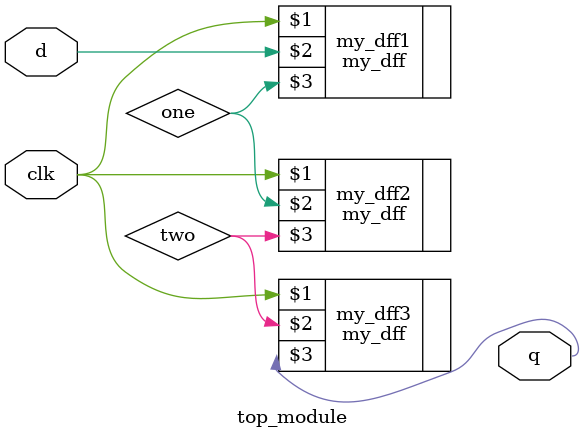
<source format=v>

module top_module ( input clk, input d, output q );
    wire one, two;
    
    my_dff my_dff1(clk, d, one);
    my_dff my_dff2(clk, one, two);
    my_dff my_dff3(clk, two, q);

endmodule
</source>
